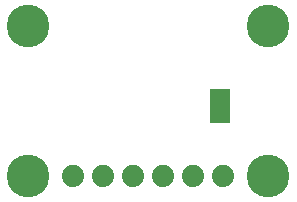
<source format=gbr>
G04 EAGLE Gerber RS-274X export*
G75*
%MOMM*%
%FSLAX34Y34*%
%LPD*%
%INSoldermask Bottom*%
%IPPOS*%
%AMOC8*
5,1,8,0,0,1.08239X$1,22.5*%
G01*
%ADD10C,3.617600*%
%ADD11C,1.879600*%
%ADD12R,1.651000X2.921000*%


D10*
X25400Y152400D03*
X228600Y152400D03*
X25400Y25400D03*
X228600Y25400D03*
D11*
X63500Y25400D03*
X88900Y25400D03*
X114300Y25400D03*
X139700Y25400D03*
X165100Y25400D03*
X190500Y25400D03*
D12*
X187960Y84455D03*
M02*

</source>
